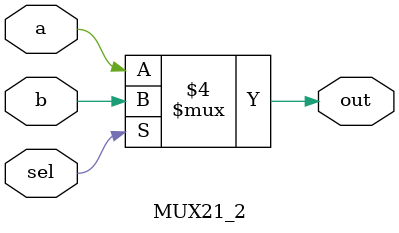
<source format=v>
module MUX21_2(out,a,b,sel);
input a,b,sel;
output out;
reg out;
always@(a or b or sel)
  begin
     if(sel==0) out=a;
     else       out=b;
  end
endmodule

</source>
